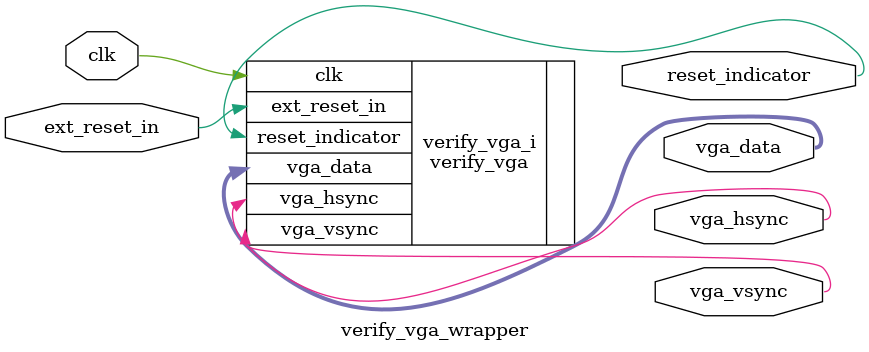
<source format=v>
`timescale 1 ps / 1 ps

module verify_vga_wrapper
   (clk,
    ext_reset_in,
    reset_indicator,
    vga_data,
    vga_hsync,
    vga_vsync);
  input clk;
  input ext_reset_in;
  output [0:0]reset_indicator;
  output [11:0]vga_data;
  output vga_hsync;
  output vga_vsync;

  wire clk;
  wire ext_reset_in;
  wire [0:0]reset_indicator;
  wire [11:0]vga_data;
  wire vga_hsync;
  wire vga_vsync;

  verify_vga verify_vga_i
       (.clk(clk),
        .ext_reset_in(ext_reset_in),
        .reset_indicator(reset_indicator),
        .vga_data(vga_data),
        .vga_hsync(vga_hsync),
        .vga_vsync(vga_vsync));
endmodule

</source>
